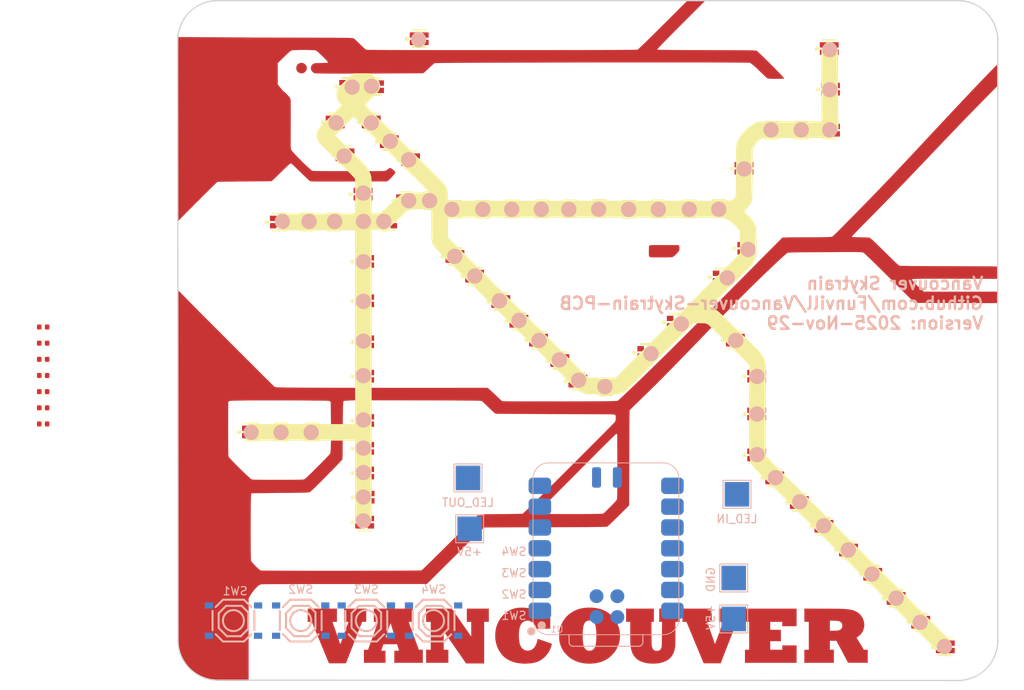
<source format=kicad_pcb>
(kicad_pcb (version 20241229) (generator "pcbnew") (generator_version "9.0")
  (layers (0 "F.Cu" signal) (2 "B.Cu" signal) (13 "F.Paste" user) (15 "B.Paste" user) (5 "F.SilkS" user "F.Silkscreen") (7 "B.SilkS" user "B.Silkscreen") (1 "F.Mask" user) (3 "B.Mask" user) (25 "Edge.Cuts" user))
  (net 0 "")
  (net 1 "+5V")
  (net 2 "GND")
  (net 3 "Net-(LED1-DO)")
  (net 4 "Net-(LED1-DI)")
  (net 5 "Net-(LED11-DO)")
  (net 6 "Net-(LED11-DI)")
  (net 7 "Net-(LED2-DO)")
  (net 8 "Net-(LED21-DO)")
  (net 9 "Net-(LED3-DO)")
  (net 10 "Net-(LED4-DO)")
  (net 11 "Net-(LED5-DO)")
  (net 12 "Net-(LED6-DO)")
  (net 13 "Net-(LED7-DO)")
  (net 14 "Net-(LED8-DO)")
  (net 15 "Net-(LED10-DI)")
  (net 16 "Net-(LED21-DI)")
  (net 17 "ROW2")
  (net 18 "Net-(LED12-DO)")
  (net 19 "Net-(LED31-DO)")
  (net 20 "Net-(LED13-DO)")
  (net 21 "Net-(LED14-DO)")
  (net 22 "Net-(LED15-DO)")
  (net 23 "Net-(LED16-DO)")
  (net 24 "Net-(LED17-DO)")
  (net 25 "Net-(LED18-DO)")
  (net 26 "Net-(LED19-DO)")
  (net 27 "Net-(LED31-DI)")
  (net 28 "ROW3")
  (net 29 "Net-(LED41-DI)")
  (net 30 "Net-(LED22-DO)")
  (net 31 "Net-(LED23-DO)")
  (net 32 "Net-(LED24-DO)")
  (net 33 "Net-(LED25-DO)")
  (net 34 "Net-(LED26-DO)")
  (net 35 "Net-(LED27-DO)")
  (net 36 "Net-(LED28-DO)")
  (net 37 "Net-(LED29-DO)")
  (net 38 "Net-(LED41-DO)")
  (net 39 "ROW4")
  (net 40 "Net-(LED51-DI)")
  (net 41 "Net-(LED32-DO)")
  (net 42 "Net-(LED33-DO)")
  (net 43 "Net-(LED34-DO)")
  (net 44 "Net-(LED35-DO)")
  (net 45 "Net-(LED36-DO)")
  (net 46 "Net-(LED37-DO)")
  (net 47 "Net-(LED38-DO)")
  (net 48 "Net-(LED39-DO)")
  (net 49 "Net-(LED51-DO)")
  (net 50 "ROW5")
  (net 51 "Net-(LED61-DO)")
  (net 52 "Net-(LED42-DO)")
  (net 53 "Net-(LED43-DO)")
  (net 54 "Net-(LED44-DO)")
  (net 55 "Net-(LED45-DO)")
  (net 56 "Net-(LED46-DO)")
  (net 57 "Net-(LED47-DO)")
  (net 58 "Net-(LED48-DO)")
  (net 59 "Net-(LED49-DO)")
  (net 60 "Net-(LED61-DI)")
  (net 61 "ROW6")
  (net 62 "Net-(LED52-DO)")
  (net 63 "Net-(LED53-DO)")
  (net 64 "Net-(LED54-DO)")
  (net 65 "Net-(LED55-DO)")
  (net 66 "Net-(LED56-DO)")
  (net 67 "Net-(LED57-DO)")
  (net 68 "Net-(LED58-DO)")
  (net 69 "Net-(LED59-DO)")
  (net 70 "ROW7")
  (net 71 "Net-(LED62-DO)")
  (net 72 "Net-(LED63-DO)")
  (net 73 "Net-(LED64-DO)")
  (net 74 "Net-(LED65-DO)")
  (net 75 "Net-(LED66-DO)")
  (net 76 "Net-(LED67-DO)")
  (net 77 "Net-(LED68-DO)")
  (net 78 "LED_OUT")
  (net 79 "LED_IN")
  (net 83 "BUTTON_01")
  (net 84 "BUTTON_03")
  (net 86 "BUTTON_02")
  (net 87 "BUTTON_04")
  (footprint "C5349954-led:LED-SMD_4P-L1.6-W1.5_XL-1615RGBC-WS2812B-1" (layer "F.Cu") (at 72.8 58.2)
    (property "Reference" "LED8" (hide yes))
    (property "Value" "XL-1615RGBC-WS2812B")
  )
  (footprint "C5349954-led:LED-SMD_4P-L1.6-W1.5_XL-1615RGBC-WS2812B-1" (layer "F.Cu") (at 12.6 52.6)
    (property "Reference" "LED67" (hide yes))
    (property "Value" "XL-1615RGBC-WS2812B")
  )
  (footprint "C5349954-led:LED-SMD_4P-L1.6-W1.5_XL-1615RGBC-WS2812B-1" (layer "F.Cu") (at 90.6 75.8)
    (property "Reference" "LED2" (hide yes))
    (property "Value" "XL-1615RGBC-WS2812B")
  )
  (footprint "C5349954-led:LED-SMD_4P-L1.6-W1.5_XL-1615RGBC-WS2812B-1" (layer "F.Cu") (at 87.6 72.8975)
    (property "Reference" "LED3" (hide yes))
    (property "Value" "XL-1615RGBC-WS2812B")
  )
  (footprint "C5349954-led:LED-SMD_4P-L1.6-W1.5_XL-1615RGBC-WS2812B-1" (layer "F.Cu") (at 51.45 25.35)
    (property "Reference" "LED31" (hide yes))
    (property "Value" "XL-1615RGBC-WS2812B")
  )
  (footprint "Capacitor_SMD:C_0402_1005Metric" (layer "F.Cu") (at -16.4 49.65)
    (property "Reference" "ROW6" (hide yes))
    (property "Value" "10uF,10V,X5R")
  )
  (footprint "C5349954-led:LED-SMD_4P-L1.6-W1.5_XL-1615RGBC-WS2812B-1" (layer "F.Cu") (at 70.6 55.4)
    (property "Reference" "LED9" (hide yes))
    (property "Value" "XL-1615RGBC-WS2812B")
  )
  (footprint "C5349954-led:LED-SMD_4P-L1.6-W1.5_XL-1615RGBC-WS2812B-1" (layer "F.Cu") (at 84.75 69.95)
    (property "Reference" "LED4" (hide yes))
    (property "Value" "XL-1615RGBC-WS2812B")
  )
  (footprint "LOGO" (layer "F.Cu") (at 75.039399 75.049167)
    (property "Reference" "G***" (hide yes))
    (property "Value" "LOGO" (hide yes))
  )
  (footprint "C5349954-led:LED-SMD_4P-L1.6-W1.5_XL-1615RGBC-WS2812B-1" (layer "F.Cu") (at 22.8 31.8)
    (property "Reference" "LED57" (hide yes))
    (property "Value" "XL-1615RGBC-WS2812B")
  )
  (footprint "C5349954-led:LED-SMD_4P-L1.6-W1.5_XL-1615RGBC-WS2812B-1" (layer "F.Cu") (at 79.6 10.8)
    (property "Reference" "LED40" (hide yes))
    (property "Value" "XL-1615RGBC-WS2812B")
  )
  (footprint "C5349954-led:LED-SMD_4P-L1.6-W1.5_XL-1615RGBC-WS2812B-1" (layer "F.Cu") (at 24 10.4975)
    (property "Reference" "LED43" (hide yes))
    (property "Value" "XL-1615RGBC-WS2812B")
  )
  (footprint "C5349954-led:LED-SMD_4P-L1.6-W1.5_XL-1615RGBC-WS2812B-1" (layer "F.Cu") (at 68 41.4)
    (property "Reference" "LED12" (hide yes))
    (property "Value" "XL-1615RGBC-WS2812B")
  )
  (footprint "Capacitor_SMD:C_0402_1005Metric" (layer "F.Cu") (at -16.4 41.77)
    (property "Reference" "ROW2" (hide yes))
    (property "Value" "10uF,10V,X5R")
  )
  (footprint "C5349954-led:LED-SMD_4P-L1.6-W1.5_XL-1615RGBC-WS2812B-1" (layer "F.Cu") (at 75.8 61.2)
    (property "Reference" "LED7" (hide yes))
    (property "Value" "XL-1615RGBC-WS2812B")
  )
  (footprint "C5349954-led:LED-SMD_4P-L1.6-W1.5_XL-1615RGBC-WS2812B-1" (layer "F.Cu") (at 22.8 51.2)
    (property "Reference" "LED61" (hide yes))
    (property "Value" "XL-1615RGBC-WS2812B")
  )
  (footprint "C5349954-led:LED-SMD_4P-L1.6-W1.5_XL-1615RGBC-WS2812B-1" (layer "F.Cu") (at 37.25 25.45)
    (property "Reference" "LED27" (hide yes))
    (property "Value" "XL-1615RGBC-WS2812B")
  )
  (footprint "C5349954-led:LED-SMD_4P-L1.6-W1.5_XL-1615RGBC-WS2812B-1" (layer "F.Cu") (at 19.2 14.8)
    (property "Reference" "LED48" (hide yes))
    (property "Value" "XL-1615RGBC-WS2812B")
  )
  (footprint "C5349954-led:LED-SMD_4P-L1.6-W1.5_XL-1615RGBC-WS2812B-1" (layer "F.Cu") (at 46.6 43.8975)
    (property "Reference" "LED19" (hide yes))
    (property "Value" "XL-1615RGBC-WS2812B")
  )
  (footprint "LOGO" (layer "F.Cu") (at 75.039399 75.049167)
    (property "Reference" "G***" (hide yes))
    (property "Value" "LOGO" (hide yes))
  )
  (footprint "C5349954-led:LED-SMD_4P-L1.6-W1.5_XL-1615RGBC-WS2812B-1" (layer "F.Cu") (at 27.8 24.4)
    (property "Reference" "LED51" (hide yes))
    (property "Value" "XL-1615RGBC-WS2812B")
  )
  (footprint "C5349954-led:LED-SMD_4P-L1.6-W1.5_XL-1615RGBC-WS2812B-1" (layer "F.Cu") (at 44.4 25.4)
    (property "Reference" "LED29" (hide yes))
    (property "Value" "XL-1615RGBC-WS2812B")
  )
  (footprint "C5349954-led:LED-SMD_4P-L1.6-W1.5_XL-1615RGBC-WS2812B-1" (layer "F.Cu") (at 22.8 63.6)
    (property "Reference" "LED65" (hide yes))
    (property "Value" "XL-1615RGBC-WS2812B")
  )
  (footprint "C5349954-led:LED-SMD_4P-L1.6-W1.5_XL-1615RGBC-WS2812B-1" (layer "F.Cu") (at 72.4 15.8)
    (property "Reference" "LED37" (hide yes))
    (property "Value" "XL-1615RGBC-WS2812B")
  )
  (footprint "C5349954-led:LED-SMD_4P-L1.6-W1.5_XL-1615RGBC-WS2812B-1" (layer "F.Cu") (at 15.8 27)
    (property "Reference" "LED55" (hide yes))
    (property "Value" "XL-1615RGBC-WS2812B")
  )
  (footprint "C5349954-led:LED-SMD_4P-L1.6-W1.5_XL-1615RGBC-WS2812B-1" (layer "F.Cu") (at 22.8 45.8)
    (property "Reference" "LED60" (hide yes))
    (property "Value" "XL-1615RGBC-WS2812B")
  )
  (footprint "C5349954-led:LED-SMD_4P-L1.6-W1.5_XL-1615RGBC-WS2812B-1" (layer "F.Cu") (at 66.05 25.35)
    (property "Reference" "LED35" (hide yes))
    (property "Value" "XL-1615RGBC-WS2812B")
  )
  (footprint "LOGO" (layer "F.Cu") (at 75.039399 75.049167)
    (property "Reference" "G***" (hide yes))
    (property "Value" "LOGO" (hide yes))
  )
  (footprint "C5349954-led:LED-SMD_4P-L1.6-W1.5_XL-1615RGBC-WS2812B-1" (layer "F.Cu") (at 29.45 4.65)
    (property "Reference" "LED42" (hide yes))
    (property "Value" "XL-1615RGBC-WS2812B")
  )
  (footprint "C5349954-led:LED-SMD_4P-L1.6-W1.5_XL-1615RGBC-WS2812B-1" (layer "F.Cu") (at 62.4 25.4)
    (property "Reference" "LED34" (hide yes))
    (property "Value" "XL-1615RGBC-WS2812B")
  )
  (footprint "Capacitor_SMD:C_0402_1005Metric" (layer "F.Cu") (at -16.4 47.68)
    (property "Reference" "ROW5" (hide yes))
    (property "Value" "10uF,10V,X5R")
  )
  (footprint "C5349954-led:LED-SMD_4P-L1.6-W1.5_XL-1615RGBC-WS2812B-1" (layer "F.Cu") (at 44 41.4)
    (property "Reference" "LED20" (hide yes))
    (property "Value" "XL-1615RGBC-WS2812B")
  )
  (footprint "C5349954-led:LED-SMD_4P-L1.6-W1.5_XL-1615RGBC-WS2812B-1" (layer "F.Cu") (at 22.8 41.6)
    (property "Reference" "LED59" (hide yes))
    (property "Value" "XL-1615RGBC-WS2812B")
  )
  (footprint "C5349954-led:LED-SMD_4P-L1.6-W1.5_XL-1615RGBC-WS2812B-1" (layer "F.Cu") (at 28.4 19.4)
    (property "Reference" "LED47" (hide yes))
    (property "Value" "XL-1615RGBC-WS2812B" (hide yes))
  )
  (footprint "C5349954-led:LED-SMD_4P-L1.6-W1.5_XL-1615RGBC-WS2812B-1" (layer "F.Cu") (at 9 52.6)
    (property "Reference" "LED68" (hide yes))
    (property "Value" "XL-1615RGBC-WS2812B")
  )
  (footprint "C5349954-led:LED-SMD_4P-L1.6-W1.5_XL-1615RGBC-WS2812B-1" (layer "F.Cu") (at 41.6 39.0975)
    (property "Reference" "LED21" (hide yes))
    (property "Value" "XL-1615RGBC-WS2812B")
  )
  (footprint "C5349954-led:LED-SMD_4P-L1.6-W1.5_XL-1615RGBC-WS2812B-1" (layer "F.Cu") (at 22.8 54.6)
    (property "Reference" "LED62" (hide yes))
    (property "Value" "XL-1615RGBC-WS2812B")
  )
  (footprint "LOGO" (layer "F.Cu") (at 75.039399 75.049167)
    (property "Reference" "G***" (hide yes))
    (property "Value" "LOGO" (hide yes))
  )
  (footprint "C5349954-led:LED-SMD_4P-L1.6-W1.5_XL-1615RGBC-WS2812B-1" (layer "F.Cu") (at 40.8 25.4)
    (property "Reference" "LED28" (hide yes))
    (property "Value" "XL-1615RGBC-WS2812B")
  )
  (footprint "C5349954-led:LED-SMD_4P-L1.6-W1.5_XL-1615RGBC-WS2812B-1" (layer "F.Cu") (at 20.4 18.8)
    (property "Reference" "LED49" (hide yes))
    (property "Value" "XL-1615RGBC-WS2812B")
  )
  (footprint "C5349954-led:LED-SMD_4P-L1.6-W1.5_XL-1615RGBC-WS2812B-1" (layer "F.Cu") (at 69.05 20.45)
    (property "Reference" "LED36" (hide yes))
    (property "Value" "XL-1615RGBC-WS2812B")
  )
  (footprint "C5349954-led:LED-SMD_4P-L1.6-W1.5_XL-1615RGBC-WS2812B-1" (layer "F.Cu") (at 70.6 45.8)
    (property "Reference" "LED11" (hide yes))
    (property "Value" "XL-1615RGBC-WS2812B")
  )
  (footprint "C5349954-led:LED-SMD_4P-L1.6-W1.5_XL-1615RGBC-WS2812B-1" (layer "F.Cu") (at 30.85 24.4)
    (property "Reference" "LED25" (hide yes))
    (property "Value" "XL-1615RGBC-WS2812B")
  )
  (footprint "C5349954-led:LED-SMD_4P-L1.6-W1.5_XL-1615RGBC-WS2812B-1" (layer "F.Cu") (at 52.2 47.0975)
    (property "Reference" "LED17" (hide yes))
    (property "Value" "XL-1615RGBC-WS2812B")
  )
  (footprint "C5349954-led:LED-SMD_4P-L1.6-W1.5_XL-1615RGBC-WS2812B-1" (layer "F.Cu") (at 39.4 36.6975)
    (property "Reference" "LED22" (hide yes))
    (property "Value" "XL-1615RGBC-WS2812B")
  )
  (footprint "C5349954-led:LED-SMD_4P-L1.6-W1.5_XL-1615RGBC-WS2812B-1" (layer "F.Cu") (at 33.85 25.45)
    (property "Reference" "LED26" (hide yes))
    (property "Value" "XL-1615RGBC-WS2812B")
  )
  (footprint "Capacitor_SMD:C_0402_1005Metric" (layer "F.Cu") (at -16.4 39.8)
    (property "Reference" "ROW1" (hide yes))
    (property "Value" "10uF,10V,X5R")
  )
  (footprint "C5349954-led:LED-SMD_4P-L1.6-W1.5_XL-1615RGBC-WS2812B-1" (layer "F.Cu") (at 79.6 15.8)
    (property "Reference" "LED39" (hide yes))
    (property "Value" "XL-1615RGBC-WS2812B")
  )
  (footprint "C5349954-led:LED-SMD_4P-L1.6-W1.5_XL-1615RGBC-WS2812B-1" (layer "F.Cu") (at 16.4 52.6)
    (property "Reference" "LED66" (hide yes))
    (property "Value" "XL-1615RGBC-WS2812B")
  )
  (footprint "C5349954-led:LED-SMD_4P-L1.6-W1.5_XL-1615RGBC-WS2812B-1" (layer "F.Cu") (at 25.8 17.2)
    (property "Reference" "LED46" (hide yes))
    (property "Value" "XL-1615RGBC-WS2812B")
  )
  (footprint "C5349954-led:LED-SMD_4P-L1.6-W1.5_XL-1615RGBC-WS2812B-1" (layer "F.Cu") (at 22.8 36.6)
    (property "Reference" "LED58" (hide yes))
    (property "Value" "XL-1615RGBC-WS2812B")
  )
  (footprint "C5349954-led:LED-SMD_4P-L1.6-W1.5_XL-1615RGBC-WS2812B-1" (layer "F.Cu") (at 66.4 33.6975)
    (property "Reference" "LED14" (hide yes))
    (property "Value" "XL-1615RGBC-WS2812B")
  )
  (footprint "C5349954-led:LED-SMD_4P-L1.6-W1.5_XL-1615RGBC-WS2812B-1" (layer "F.Cu") (at 25.6 27)
    (property "Reference" "LED52" (hide yes))
    (property "Value" "XL-1615RGBC-WS2812B")
  )
  (footprint "C5349954-led:LED-SMD_4P-L1.6-W1.5_XL-1615RGBC-WS2812B-1" (layer "F.Cu") (at 57.2 42.8975)
    (property "Reference" "LED16" (hide yes))
    (property "Value" "XL-1615RGBC-WS2812B")
  )
  (footprint "Capacitor_SMD:C_0402_1005Metric" (layer "F.Cu") (at -16.4 45.71)
    (property "Reference" "ROW4" (hide yes))
    (property "Value" "10uF,10V,X5R")
  )
  (footprint "C5349954-led:LED-SMD_4P-L1.6-W1.5_XL-1615RGBC-WS2812B-1" (layer "F.Cu") (at 33.8 31.2)
    (property "Reference" "LED24" (hide yes))
    (property "Value" "XL-1615RGBC-WS2812B")
  )
  (footprint "C5349954-led:LED-SMD_4P-L1.6-W1.5_XL-1615RGBC-WS2812B-1" (layer "F.Cu") (at 48.8 46.4)
    (property "Reference" "LED18" (hide yes))
    (property "Value" "XL-1615RGBC-WS2812B")
  )
  (footprint "C5349954-led:LED-SMD_4P-L1.6-W1.5_XL-1615RGBC-WS2812B-1" (layer "F.Cu") (at 69.4 30.2)
    (property "Reference" "LED13" (hide yes))
    (property "Value" "XL-1615RGBC-WS2812B")
  )
  (footprint "C5349954-led:LED-SMD_4P-L1.6-W1.5_XL-1615RGBC-WS2812B-1" (layer "F.Cu") (at 78.8 64.0975)
    (property "Reference" "LED6" (hide yes))
    (property "Value" "XL-1615RGBC-WS2812B")
  )
  (footprint "C5349954-led:LED-SMD_4P-L1.6-W1.5_XL-1615RGBC-WS2812B-1" (layer "F.Cu") (at 22.6 23.6)
    (property "Reference" "LED50" (hide yes))
    (property "Value" "XL-1615RGBC-WS2812B")
  )
  (footprint "C5349954-led:LED-SMD_4P-L1.6-W1.5_XL-1615RGBC-WS2812B-1" (layer "F.Cu") (at 12.4 27)
    (property "Reference" "LED56" (hide yes))
    (property "Value" "XL-1615RGBC-WS2812B")
  )
  (footprint "C5349954-led:LED-SMD_4P-L1.6-W1.5_XL-1615RGBC-WS2812B-1" (layer "F.Cu") (at 81.8 67)
    (property "Reference" "LED5" (hide yes))
    (property "Value" "XL-1615RGBC-WS2812B")
  )
  (footprint "C5349954-led:LED-SMD_4P-L1.6-W1.5_XL-1615RGBC-WS2812B-1" (layer "F.Cu") (at 22.4 27)
    (property "Reference" "LED53" (hide yes))
    (property "Value" "XL-1615RGBC-WS2812B")
  )
  (footprint "C5349954-led:LED-SMD_4P-L1.6-W1.5_XL-1615RGBC-WS2812B-1" (layer "F.Cu") (at 55.05 25.45)
    (property "Reference" "LED32" (hide yes))
    (property "Value" "XL-1615RGBC-WS2812B")
  )
  (footprint "C5349954-led:LED-SMD_4P-L1.6-W1.5_XL-1615RGBC-WS2812B-1" (layer "F.Cu") (at 19 27)
    (property "Reference" "LED54" (hide yes))
    (property "Value" "XL-1615RGBC-WS2812B")
  )
  (footprint "C5349954-led:LED-SMD_4P-L1.6-W1.5_XL-1615RGBC-WS2812B-1" (layer "F.Cu") (at 79.45 5.85)
    (property "Reference" "LED41" (hide yes))
    (property "Value" "XL-1615RGBC-WS2812B")
  )
  (footprint "Capacitor_SMD:C_0402_1005Metric" (layer "F.Cu") (at -16.4 43.74)
    (property "Reference" "ROW3" (hide yes))
    (property "Value" "10uF,10V,X5R")
  )
  (footprint "Capacitor_SMD:C_0402_1005Metric" (layer "F.Cu") (at -16.4 51.62)
    (property "Reference" "ROW7" (hide yes))
    (property "Value" "10uF,10V,X5R")
  )
  (footprint "C5349954-led:LED-SMD_4P-L1.6-W1.5_XL-1615RGBC-WS2812B-1" (layer "F.Cu") (at 20.85 10.45)
    (property "Reference" "LED44" (hide yes))
    (property "Value" "XL-1615RGBC-WS2812B")
  )
  (footprint "C5349954-led:LED-SMD_4P-L1.6-W1.5_XL-1615RGBC-WS2812B-1" (layer "F.Cu") (at 70.6 50.4)
    (property "Reference" "LED10" (hide yes))
    (property "Value" "XL-1615RGBC-WS2812B")
  )
  (footprint "C5349954-led:LED-SMD_4P-L1.6-W1.5_XL-1615RGBC-WS2812B-1" (layer "F.Cu") (at 58.6 25.4)
    (property "Reference" "LED33" (hide yes))
    (property "Value" "XL-1615RGBC-WS2812B")
  )
  (footprint "C5349954-led:LED-SMD_4P-L1.6-W1.5_XL-1615RGBC-WS2812B-1" (layer "F.Cu") (at 47.8 25.4)
    (property "Reference" "LED30" (hide yes))
    (property "Value" "XL-1615RGBC-WS2812B")
  )
  (footprint "C5349954-led:LED-SMD_4P-L1.6-W1.5_XL-1615RGBC-WS2812B-1" (layer "F.Cu") (at 36.2 33.6)
    (property "Reference" "LED23" (hide yes))
    (property "Value" "XL-1615RGBC-WS2812B")
  )
  (footprint "C5349954-led:LED-SMD_4P-L1.6-W1.5_XL-1615RGBC-WS2812B-1" (layer "F.Cu") (at 76 15.8)
    (property "Reference" "LED38" (hide yes))
    (property "Value" "XL-1615RGBC-WS2812B")
  )
  (footprint "C5349954-led:LED-SMD_4P-L1.6-W1.5_XL-1615RGBC-WS2812B-1" (layer "F.Cu") (at 60.8 39.2)
    (property "Reference" "LED15" (hide yes))
    (property "Value" "XL-1615RGBC-WS2812B")
  )
  (footprint "C5349954-led:LED-SMD_4P-L1.6-W1.5_XL-1615RGBC-WS2812B-1" (layer "F.Cu") (at 23.6 14.8)
    (property "Reference" "LED45" (hide yes))
    (property "Value" "XL-1615RGBC-WS2812B")
  )
  (footprint "C5349954-led:LED-SMD_4P-L1.6-W1.5_XL-1615RGBC-WS2812B-1" (layer "F.Cu") (at 22.8 57.6)
    (property "Reference" "LED63" (hide yes))
    (property "Value" "XL-1615RGBC-WS2812B")
  )
  (footprint "C5349954-led:LED-SMD_4P-L1.6-W1.5_XL-1615RGBC-WS2812B-1" (layer "F.Cu") (at 93.6 78.8)
    (property "Reference" "LED1" (hide yes))
    (property "Value" "XL-1615RGBC-WS2812B")
  )
  (footprint "C5349954-led:LED-SMD_4P-L1.6-W1.5_XL-1615RGBC-WS2812B-1" (layer "F.Cu") (at 22.85 60.55)
    (property "Reference" "LED64" (hide yes))
    (property "Value" "XL-1615RGBC-WS2812B")
  )
  (footprint "Seeed Studio XIAO:XIAO-RP2040-SMD" (layer "B.Cu") (at 52.161814 66.784375)
    (property "Reference" "U1")
    (property "Value" "XIAO-RP2040-DIP")
  )
  (footprint "C318884-button:SW-SMD_4P-L5.1-W5.1-P3.70-LS6.5-TL_H1.5" (layer "B.Cu") (at 15 75.6 180)
    (property "Reference" "SW2")
    (property "Value" "TS-1187A-B-A-B")
  )
  (footprint "TestPoint:TestPoint_Pad_3.0x3.0mm" (layer "B.Cu") (at 67.8 70.4)
    (property "Reference" "GND")
    (property "Value" "TestPoint")
  )
  (footprint "TestPoint:TestPoint_Pad_3.0x3.0mm" (layer "B.Cu") (at 67.8 75.4)
    (property "Reference" "+5V")
    (property "Value" "TestPoint")
  )
  (footprint "TestPoint:TestPoint_Pad_3.0x3.0mm" (layer "B.Cu") (at 35.4 58.2)
    (property "Reference" "LED_OUT")
    (property "Value" "TestPoint")
  )
  (footprint "C318884-button:SW-SMD_4P-L5.1-W5.1-P3.70-LS6.5-TL_H1.5" (layer "B.Cu") (at 31.2 75.6 180)
    (property "Reference" "SW4")
    (property "Value" "TS-1187A-B-A-B")
  )
  (footprint "C318884-button:SW-SMD_4P-L5.1-W5.1-P3.70-LS6.5-TL_H1.5" (layer "B.Cu") (at 23 75.6 180)
    (property "Reference" "SW3")
    (property "Value" "TS-1187A-B-A-B")
  )
  (footprint "TestPoint:TestPoint_Pad_3.0x3.0mm" (layer "B.Cu") (at 35.6 64.4)
    (property "Reference" "+5V")
    (property "Value" "TestPoint")
  )
  (footprint "TestPoint:TestPoint_Pad_3.0x3.0mm" (layer "B.Cu") (at 68.2 60.2)
    (property "Reference" "LED_IN")
    (property "Value" "TestPoint")
  )
  (footprint "C318884-button:SW-SMD_4P-L5.1-W5.1-P3.70-LS6.5-TL_H1.5" (layer "B.Cu") (at 6.8 75.6 180)
    (property "Reference" "SW1")
    (property "Value" "TS-1187A-B-A-B")
  )
  (gr_arc (start 5.035036 82.864964) (mid 1.458626 81.441374) (end 0.035036 77.864964) (stroke (width 0.15)) (layer "Edge.Cuts"))
  (gr_line (start 5.035036 82.864964) (end 95 82.9) (stroke (width 0.15)) (layer "Edge.Cuts"))
  (gr_line (start 5 0) (end 95 0) (stroke (width 0.15)) (layer "Edge.Cuts"))
  (gr_arc (start 100 77.9) (mid 98.57641 81.47641) (end 95 82.9) (stroke (width 0.15)) (layer "Edge.Cuts"))
  (gr_line (start 100 5) (end 100 77.9) (stroke (width 0.15)) (layer "Edge.Cuts"))
  (gr_arc (start 95 0) (mid 98.57641 1.42359) (end 100 5) (stroke (width 0.15)) (layer "Edge.Cuts"))
  (gr_arc (start 0 5) (mid 1.42359 1.42359) (end 5 0) (stroke (width 0.15)) (layer "Edge.Cuts"))
  (gr_line (start 0 5) (end 0.035036 77.864964) (stroke (width 0.15)) (layer "Edge.Cuts"))
  (gr_text "Vancouver Skytrain\nGithub.com/Funvill/Vancouver-Skytrain-PCB\nVersion: 2025-Nov-29" (at 98.4 40.2 0) (layer "B.SilkS") (effects (font (size 1.5 1.5) (thickness 0.3) (bold yes)) (justify left bottom mirror)))
  (gr_text "SW1" (at 41 75 0) (layer "B.SilkS") (effects (font (size 1 1)) (justify mirror)))
  (gr_text "SW3" (at 41 69.8 0) (layer "B.SilkS") (effects (font (size 1 1)) (justify mirror)))
  (gr_text "SW2" (at 41 72.4 0) (layer "B.SilkS") (effects (font (size 1 1)) (justify mirror)))
  (gr_text "SW4" (at 41 67.2 0) (layer "B.SilkS") (effects (font (size 1 1)) (justify mirror)))
)
</source>
